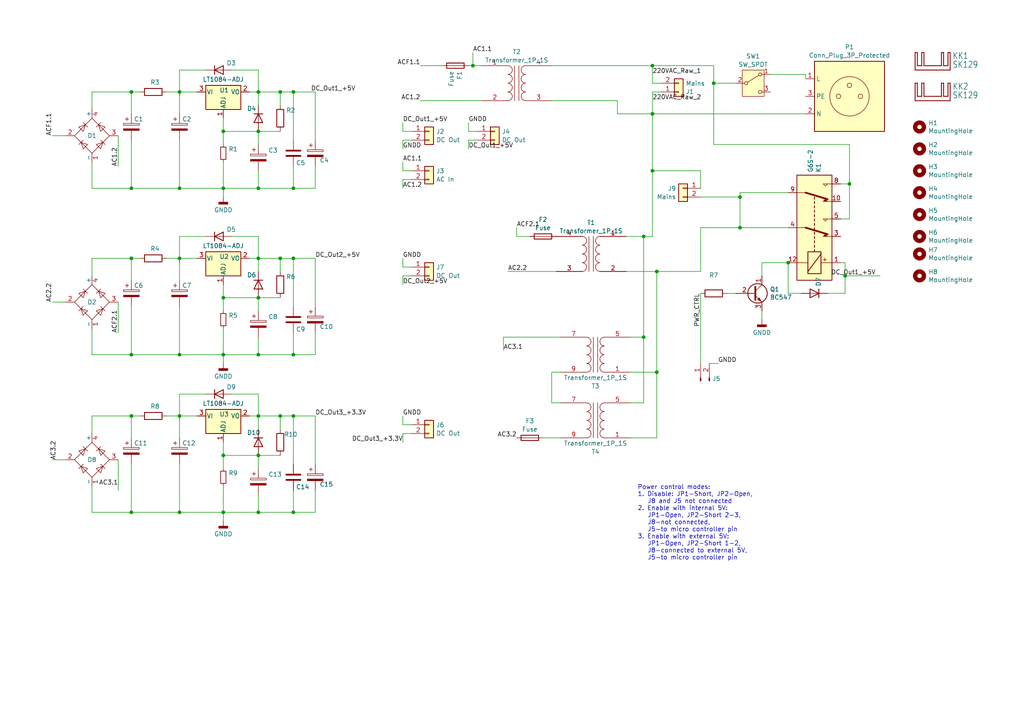
<source format=kicad_sch>
(kicad_sch (version 20250114) (generator "eeschema") (generator_version "9.0")
  (paper "A4")
  (lib_symbols
    (symbol "Connector:Conn_01x02_Pin" (pin_names (offset 1.016) (hide yes))
      (property "Reference" "J" (at 0 2.54 0))
      (property "Value" "Conn_01x02_Pin" (at 0 -5.08 0))
      (symbol "Conn_01x02_Pin_1_1"
        (pin passive line (at 5.08 0 180) (length 3.81) (name "Pin_1") (number "1"))
        (pin passive line (at 5.08 -2.54 180) (length 3.81) (name "Pin_2") (number "2"))
      )
    )
    (symbol "Connector:Conn_Plug_3P_Protected"
      (property "Reference" "P" (at -9.652 11.176 0))
      (property "Value" "Conn_Plug_3P_Protected" (at 0.254 -11.43 0))
      (symbol "Conn_Plug_3P_Protected_1_1"
        (pin power_in line (at 12.7 5.08 180) (length 2.54) (name "L") (number "1"))
        (pin power_out line (at 12.7 0 180) (length 2.54) (name "PE") (number "3"))
        (pin power_out line (at 12.7 -5.08 180) (length 2.54) (name "N") (number "2"))
      )
    )
    (symbol "Connector_Generic:Conn_01x02" (pin_names (offset 1.016) (hide yes))
      (property "Reference" "J" (at 0 2.54 0))
      (property "Value" "Conn_01x02" (at 0 -5.08 0))
      (symbol "Conn_01x02_1_1"
        (pin passive line (at -5.08 0 0) (length 3.81) (name "Pin_1") (number "1"))
        (pin passive line (at -5.08 -2.54 0) (length 3.81) (name "Pin_2") (number "2"))
      )
    )
    (symbol "Device:C" (pin_numbers (hide yes)) (pin_names (offset 0.254))
      (property "Reference" "C" (at 0.635 2.54 0))
      (property "Value" "C" (at 0.635 -2.54 0))
      (symbol "C_1_1"
        (pin passive line (at 0 3.81 270) (length 2.794) (name "~") (number "1"))
        (pin passive line (at 0 -3.81 90) (length 2.794) (name "~") (number "2"))
      )
    )
    (symbol "Device:C_Polarized" (pin_numbers (hide yes)) (pin_names (offset 0.254))
      (property "Reference" "C" (at 0.635 2.54 0))
      (property "Value" "C_Polarized" (at 0.635 -2.54 0))
      (symbol "C_Polarized_1_1"
        (pin passive line (at 0 3.81 270) (length 2.794) (name "~") (number "1"))
        (pin passive line (at 0 -3.81 90) (length 2.794) (name "~") (number "2"))
      )
    )
    (symbol "Device:Fuse" (pin_numbers (hide yes)) (pin_names (offset 0))
      (property "Reference" "F" (at 2.032 0 90))
      (property "Value" "Fuse" (at -1.905 0 90))
      (symbol "Fuse_1_1"
        (pin passive line (at 0 3.81 270) (length 1.27) (name "~") (number "1"))
        (pin passive line (at 0 -3.81 90) (length 1.27) (name "~") (number "2"))
      )
    )
    (symbol "Device:R" (pin_numbers (hide yes)) (pin_names (offset 0))
      (property "Reference" "R" (at 2.032 0 90))
      (property "Value" "R" (at 0 0 90))
      (symbol "R_1_1"
        (pin passive line (at 0 3.81 270) (length 1.27) (name "~") (number "1"))
        (pin passive line (at 0 -3.81 90) (length 1.27) (name "~") (number "2"))
      )
    )
    (symbol "Device:R_Small" (pin_numbers (hide yes)) (pin_names (offset 0.254) (hide yes))
      (property "Reference" "R" (at 0.762 0.508 0))
      (property "Value" "R_Small" (at 0.762 -1.016 0))
      (symbol "R_Small_1_1"
        (pin passive line (at 0 2.54 270) (length 0.762) (name "~") (number "1"))
        (pin passive line (at 0 -2.54 90) (length 0.762) (name "~") (number "2"))
      )
    )
    (symbol "Device:Transformer_1P_1S" (pin_names (offset 1.016) (hide yes))
      (property "Reference" "T" (at 0 6.35 0))
      (property "Value" "Transformer_1P_1S" (at 0 -7.62 0))
      (symbol "Transformer_1P_1S_1_1"
        (pin passive line (at -10.16 5.08 0) (length 7.62) (name "AA") (number "1"))
        (pin passive line (at -10.16 -5.08 0) (length 7.62) (name "AB") (number "2"))
        (pin passive line (at 10.16 5.08 180) (length 7.62) (name "SB") (number "4"))
        (pin passive line (at 10.16 -5.08 180) (length 7.62) (name "SA") (number "3"))
      )
    )
    (symbol "Diode:1N4004" (pin_numbers (hide yes)) (pin_names (hide yes))
      (property "Reference" "D" (at 0 2.54 0))
      (property "Value" "1N4004" (at 0 -2.54 0))
      (symbol "1N4004_1_1"
        (pin passive line (at -3.81 0 0) (length 2.54) (name "K") (number "1"))
        (pin passive line (at 3.81 0 180) (length 2.54) (name "A") (number "2"))
      )
    )
    (symbol "Diode_Bridge:B80C3x00-2200A" (pin_names (offset 0))
      (property "Reference" "D" (at 2.54 6.985 0))
      (property "Value" "B80C3x00-2200A" (at 2.54 5.08 0))
      (symbol "B80C3x00-2200A_1_1"
        (pin passive line (at -7.62 0 0) (length 2.54) (name "-") (number "1"))
        (pin passive line (at 0 7.62 270) (length 2.54) (name "~") (number "2"))
        (pin passive line (at 0 -7.62 90) (length 2.54) (name "~") (number "3"))
        (pin passive line (at 7.62 0 180) (length 2.54) (name "+") (number "4"))
      )
    )
    (symbol "Mechanical:MountingHole" (pin_names (offset 1.016))
      (property "Reference" "H" (at 0 5.08 0))
      (property "Value" "MountingHole" (at 0 3.175 0))
    )
    (symbol "MyDevice:Transformer_1P_1S" (pin_names (offset 1.016) (hide yes))
      (property "Reference" "T" (at 0 6.35 0))
      (property "Value" "Transformer_1P_1S" (at 0 -7.62 0))
      (symbol "Transformer_1P_1S_1_1"
        (pin passive line (at -10.16 5.08 0) (length 7.62) (name "AA") (number "1"))
        (pin passive line (at -10.16 -5.08 0) (length 7.62) (name "AB") (number "5"))
        (pin passive line (at 10.16 5.08 180) (length 7.62) (name "SB") (number "9"))
        (pin passive line (at 10.16 -5.08 180) (length 7.62) (name "SA") (number "7"))
      )
    )
    (symbol "Regulator_Linear:LT1084-ADJ" (pin_names (offset 0.254))
      (property "Reference" "U" (at -3.81 3.175 0))
      (property "Value" "LT1084-ADJ" (at 0 3.175 0))
      (symbol "LT1084-ADJ_1_1"
        (pin power_in line (at -7.62 0 0) (length 2.54) (name "VI") (number "3"))
        (pin input line (at 0 -7.62 90) (length 2.54) (name "ADJ") (number "1"))
        (pin power_out line (at 7.62 0 180) (length 2.54) (name "VO") (number "2"))
      )
    )
    (symbol "Relay:G6S-2"
      (property "Reference" "K" (at 16.51 3.81 0))
      (property "Value" "G6S-2" (at 16.51 1.27 0))
      (symbol "G6S-2_0_0"
        (text "+" (at -9.271 2.921 0) (effects (font (size 1.27 1.27))))
      )
      (symbol "G6S-2_1_1"
        (pin passive line (at -10.16 7.62 270) (length 2.54) (name "~") (number "1"))
        (pin passive line (at -10.16 -7.62 90) (length 2.54) (name "~") (number "12"))
        (pin passive line (at -2.54 7.62 270) (length 2.54) (name "~") (number "3"))
        (pin passive line (at 0 -7.62 90) (length 2.54) (name "~") (number "4"))
        (pin passive line (at 2.54 7.62 270) (length 2.54) (name "~") (number "5"))
        (pin passive line (at 7.62 7.62 270) (length 2.54) (name "~") (number "10"))
        (pin passive line (at 10.16 -7.62 90) (length 2.54) (name "~") (number "9"))
        (pin passive line (at 12.7 7.62 270) (length 2.54) (name "~") (number "8"))
      )
    )
    (symbol "Switch:SW_SPDT" (pin_names (offset 0) (hide yes))
      (property "Reference" "SW" (at 0 5.08 0))
      (property "Value" "SW_SPDT" (at 0 -5.08 0))
      (symbol "SW_SPDT_1_1"
        (pin passive line (at -5.08 0 0) (length 2.54) (name "B") (number "2"))
        (pin passive line (at 5.08 2.54 180) (length 2.54) (name "A") (number "1"))
        (pin passive line (at 5.08 -2.54 180) (length 2.54) (name "C") (number "3"))
      )
    )
    (symbol "Transistor_BJT:BC547" (pin_names (offset 0) (hide yes))
      (property "Reference" "Q" (at 5.08 1.905 0))
      (property "Value" "BC547" (at 5.08 0 0))
      (symbol "BC547_1_1"
        (pin input line (at -5.08 0 0) (length 5.08) (name "B") (number "2"))
        (pin passive line (at 2.54 5.08 270) (length 2.54) (name "C") (number "1"))
        (pin passive line (at 2.54 -5.08 90) (length 2.54) (name "E") (number "3"))
      )
    )
    (symbol "lm317reg-eagle-import:SK129"
      (property "Reference" "KK" (at 5.715 3.175 0))
    )
    (symbol "power:GNDD" (power) (pin_numbers (hide yes)) (pin_names (offset 0) (hide yes))
      (property "Value" "GNDD" (at 0 -3.175 0))
      (symbol "GNDD_1_1"
        (pin power_in line (at 0 0 270) (length 0) (name "~") (number "1"))
      )
    )
  )
  (text "Power control modes:\n1. Disable: JP1-Short, JP2-Open, \n   J8 and J5 not connected\n2. Enable with internal 5V: \n   JP1-Open, JP2-Short 2-3, \n   J8-not connected, \n   J5-to micro controller pin\n3. Enable with external 5V: \n   JP1-Open, JP2-Short 1-2, \n   J8-connected to external 5V, \n   J5-to micro controller pin" (at 184.912 151.638 0) (effects (font (size 1.27 1.27)) (justify left)))
  (junction (at 228.6 76.2))
  (junction (at 189.23 33.02))
  (junction (at 64.77 86.36))
  (junction (at 74.93 132.08))
  (junction (at 137.16 19.05))
  (junction (at 81.28 120.65))
  (junction (at 81.28 74.93))
  (junction (at 64.77 132.08))
  (junction (at 74.93 120.65))
  (junction (at 214.63 57.15))
  (junction (at 74.93 26.67))
  (junction (at 190.5 107.95))
  (junction (at 214.63 66.04))
  (junction (at 38.1 102.87))
  (junction (at 85.09 148.59))
  (junction (at 186.69 97.79))
  (junction (at 74.93 74.93))
  (junction (at 52.07 120.65))
  (junction (at 52.07 74.93))
  (junction (at 74.93 102.87))
  (junction (at 38.1 120.65))
  (junction (at 52.07 54.61))
  (junction (at 85.09 26.67))
  (junction (at 81.28 26.67))
  (junction (at 74.93 54.61))
  (junction (at 85.09 54.61))
  (junction (at 245.11 80.01))
  (junction (at 186.69 68.58))
  (junction (at 38.1 54.61))
  (junction (at 74.93 86.36))
  (junction (at 52.07 148.59))
  (junction (at 74.93 38.1))
  (junction (at 52.07 26.67))
  (junction (at 38.1 26.67))
  (junction (at 85.09 102.87))
  (junction (at 38.1 148.59))
  (junction (at 246.38 53.34))
  (junction (at 38.1 74.93))
  (junction (at 64.77 38.1))
  (junction (at 52.07 102.87))
  (junction (at 74.93 148.59))
  (junction (at 190.5 78.74))
  (junction (at 64.77 54.61))
  (junction (at 207.01 24.13))
  (junction (at 64.77 102.87))
  (junction (at 189.23 19.05))
  (junction (at 189.23 49.53))
  (junction (at 64.77 148.59))
  (junction (at 85.09 74.93))
  (junction (at 85.09 120.65))
  (wire (pts (xy 149.86 68.58) (xy 149.86 66.04)))
  (wire (pts (xy 243.84 76.2) (xy 245.11 76.2)))
  (wire (pts (xy 91.44 120.65) (xy 85.09 120.65)) (stroke (width 0.1524)))
  (wire (pts (xy 223.52 21.59) (xy 233.68 21.59)))
  (wire (pts (xy 74.93 97.79) (xy 74.93 102.87)))
  (wire (pts (xy 146.05 97.79) (xy 162.56 97.79)))
  (wire (pts (xy 74.93 114.3) (xy 74.93 120.65)) (stroke (width 0.1524)))
  (wire (pts (xy 64.77 128.27) (xy 64.77 132.08)))
  (wire (pts (xy 81.28 120.65) (xy 81.28 124.46)))
  (wire (pts (xy 52.07 20.32) (xy 52.07 26.67)))
  (wire (pts (xy 203.2 85.09) (xy 203.2 105.41)))
  (wire (pts (xy 189.23 19.05) (xy 189.23 24.13)))
  (wire (pts (xy 207.01 24.13) (xy 207.01 19.05)))
  (wire (pts (xy 85.09 74.93) (xy 81.28 74.93)) (stroke (width 0.1524)))
  (wire (pts (xy 74.93 20.32) (xy 74.93 26.67)) (stroke (width 0.1524)))
  (wire (pts (xy 162.56 116.84) (xy 160.02 116.84)))
  (wire (pts (xy 245.11 85.09) (xy 245.11 80.01)))
  (wire (pts (xy 74.93 68.58) (xy 74.93 74.93)) (stroke (width 0.1524)))
  (wire (pts (xy 64.77 102.87) (xy 74.93 102.87)) (stroke (width 0.1524)))
  (wire (pts (xy 67.31 114.3) (xy 74.93 114.3)) (stroke (width 0.1524)))
  (wire (pts (xy 74.93 102.87) (xy 85.09 102.87)) (stroke (width 0.1524)))
  (wire (pts (xy 34.29 39.37) (xy 34.29 48.26)))
  (wire (pts (xy 116.84 35.56) (xy 116.84 38.1)))
  (wire (pts (xy 160.02 29.21) (xy 179.07 29.21)))
  (wire (pts (xy 116.84 49.53) (xy 119.38 49.53)))
  (wire (pts (xy 38.1 148.59) (xy 52.07 148.59)))
  (wire (pts (xy 72.39 26.67) (xy 74.93 26.67)) (stroke (width 0.1524)))
  (wire (pts (xy 157.48 127) (xy 162.56 127)))
  (wire (pts (xy 52.07 74.93) (xy 57.15 74.93)) (stroke (width 0.1524)))
  (wire (pts (xy 67.31 68.58) (xy 74.93 68.58)) (stroke (width 0.1524)))
  (wire (pts (xy 189.23 33.02) (xy 233.68 33.02)))
  (wire (pts (xy 38.1 134.62) (xy 38.1 148.59)) (stroke (width 0.1524)))
  (wire (pts (xy 64.77 38.1) (xy 74.93 38.1)))
  (wire (pts (xy 48.26 26.67) (xy 52.07 26.67)))
  (wire (pts (xy 64.77 49.53) (xy 64.77 54.61)) (stroke (width 0.1524)))
  (wire (pts (xy 203.2 49.53) (xy 189.23 49.53)))
  (wire (pts (xy 208.28 105.41) (xy 205.74 105.41)))
  (wire (pts (xy 179.07 33.02) (xy 189.23 33.02)))
  (wire (pts (xy 121.92 19.05) (xy 128.27 19.05)))
  (wire (pts (xy 48.26 74.93) (xy 52.07 74.93)))
  (wire (pts (xy 214.63 57.15) (xy 214.63 66.04)))
  (wire (pts (xy 190.5 107.95) (xy 190.5 127)))
  (wire (pts (xy 243.84 53.34) (xy 246.38 53.34)))
  (wire (pts (xy 34.29 87.63) (xy 34.29 96.52)))
  (wire (pts (xy 26.67 120.65) (xy 38.1 120.65)))
  (wire (pts (xy 203.2 66.04) (xy 203.2 78.74)))
  (wire (pts (xy 189.23 24.13) (xy 191.77 24.13)))
  (wire (pts (xy 116.84 120.65) (xy 116.84 123.19)))
  (wire (pts (xy 52.07 81.28) (xy 52.07 74.93)) (stroke (width 0.1524)))
  (wire (pts (xy 52.07 120.65) (xy 52.07 121.92)))
  (wire (pts (xy 116.84 123.19) (xy 119.38 123.19)))
  (wire (pts (xy 64.77 38.1) (xy 64.77 41.91)))
  (wire (pts (xy 85.09 120.65) (xy 81.28 120.65)) (stroke (width 0.1524)))
  (wire (pts (xy 74.93 38.1) (xy 81.28 38.1)))
  (wire (pts (xy 74.93 132.08) (xy 81.28 132.08)))
  (wire (pts (xy 64.77 54.61) (xy 74.93 54.61)) (stroke (width 0.1524)))
  (wire (pts (xy 116.84 77.47) (xy 119.38 77.47)))
  (wire (pts (xy 64.77 82.55) (xy 64.77 86.36)))
  (wire (pts (xy 85.09 142.24) (xy 85.09 148.59)))
  (wire (pts (xy 67.31 20.32) (xy 74.93 20.32)) (stroke (width 0.1524)))
  (wire (pts (xy 135.89 19.05) (xy 137.16 19.05)))
  (wire (pts (xy 52.07 26.67) (xy 57.15 26.67)) (stroke (width 0.1524)))
  (wire (pts (xy 64.77 143.51) (xy 64.77 148.59)) (stroke (width 0.1524)))
  (wire (pts (xy 214.63 66.04) (xy 203.2 66.04)))
  (wire (pts (xy 48.26 120.65) (xy 52.07 120.65)))
  (wire (pts (xy 26.67 95.25) (xy 26.67 102.87)))
  (wire (pts (xy 64.77 34.29) (xy 64.77 38.1)))
  (wire (pts (xy 189.23 26.67) (xy 189.23 33.02)))
  (wire (pts (xy 52.07 74.93) (xy 52.07 76.2)))
  (wire (pts (xy 186.69 68.58) (xy 186.69 97.79)))
  (wire (pts (xy 26.67 46.99) (xy 26.67 54.61)))
  (wire (pts (xy 190.5 127) (xy 182.88 127)))
  (wire (pts (xy 59.69 20.32) (xy 52.07 20.32)))
  (wire (pts (xy 64.77 102.87) (xy 64.77 105.41)) (stroke (width 0.1524)))
  (wire (pts (xy 189.23 33.02) (xy 189.23 49.53)))
  (wire (pts (xy 34.29 133.35) (xy 34.29 142.24)))
  (wire (pts (xy 72.39 74.93) (xy 74.93 74.93)) (stroke (width 0.1524)))
  (wire (pts (xy 146.05 97.79) (xy 146.05 101.6)))
  (wire (pts (xy 220.98 76.2) (xy 220.98 80.01)))
  (wire (pts (xy 179.07 29.21) (xy 179.07 33.02)))
  (wire (pts (xy 91.44 48.26) (xy 91.44 54.61)) (stroke (width 0.1524)))
  (wire (pts (xy 119.38 40.64) (xy 116.84 40.64)))
  (wire (pts (xy 246.38 41.91) (xy 246.38 53.34)))
  (wire (pts (xy 74.93 132.08) (xy 74.93 135.89)))
  (wire (pts (xy 52.07 33.02) (xy 52.07 26.67)) (stroke (width 0.1524)))
  (wire (pts (xy 228.6 66.04) (xy 214.63 66.04)))
  (wire (pts (xy 85.09 120.65) (xy 85.09 134.62)))
  (wire (pts (xy 137.16 15.24) (xy 137.16 19.05)))
  (wire (pts (xy 52.07 54.61) (xy 64.77 54.61)) (stroke (width 0.1524)))
  (wire (pts (xy 214.63 55.88) (xy 228.6 55.88)))
  (wire (pts (xy 116.84 38.1) (xy 119.38 38.1)))
  (wire (pts (xy 15.24 87.63) (xy 19.05 87.63)))
  (wire (pts (xy 85.09 96.52) (xy 85.09 102.87)))
  (wire (pts (xy 233.68 21.59) (xy 233.68 22.86)))
  (wire (pts (xy 26.67 54.61) (xy 38.1 54.61)))
  (wire (pts (xy 116.84 40.64) (xy 116.84 43.18)))
  (wire (pts (xy 64.77 97.79) (xy 64.77 102.87)) (stroke (width 0.1524)))
  (wire (pts (xy 207.01 41.91) (xy 246.38 41.91)))
  (wire (pts (xy 38.1 54.61) (xy 52.07 54.61)))
  (wire (pts (xy 74.93 120.65) (xy 81.28 120.65)) (stroke (width 0.1524)))
  (wire (pts (xy 232.41 85.09) (xy 228.6 85.09)))
  (wire (pts (xy 64.77 95.25) (xy 64.77 97.79)))
  (wire (pts (xy 38.1 81.28) (xy 38.1 74.93)) (stroke (width 0.1524)))
  (wire (pts (xy 74.93 148.59) (xy 85.09 148.59)) (stroke (width 0.1524)))
  (wire (pts (xy 85.09 102.87) (xy 91.44 102.87)) (stroke (width 0.1524)))
  (wire (pts (xy 81.28 74.93) (xy 81.28 78.74)))
  (wire (pts (xy 160.02 19.05) (xy 189.23 19.05)))
  (wire (pts (xy 186.69 116.84) (xy 182.88 116.84)))
  (wire (pts (xy 52.07 68.58) (xy 52.07 74.93)))
  (wire (pts (xy 74.93 74.93) (xy 74.93 78.74)))
  (wire (pts (xy 246.38 53.34) (xy 246.38 63.5)))
  (wire (pts (xy 138.43 40.64) (xy 135.89 40.64)))
  (wire (pts (xy 38.1 102.87) (xy 52.07 102.87)))
  (wire (pts (xy 72.39 120.65) (xy 74.93 120.65)) (stroke (width 0.1524)))
  (wire (pts (xy 38.1 127) (xy 38.1 120.65)) (stroke (width 0.1524)))
  (wire (pts (xy 245.11 80.01) (xy 255.27 80.01)))
  (wire (pts (xy 162.56 107.95) (xy 160.02 107.95)))
  (wire (pts (xy 26.67 125.73) (xy 26.67 120.65)))
  (wire (pts (xy 52.07 148.59) (xy 64.77 148.59)) (stroke (width 0.1524)))
  (wire (pts (xy 207.01 19.05) (xy 189.23 19.05)))
  (wire (pts (xy 64.77 140.97) (xy 64.77 143.51)))
  (wire (pts (xy 64.77 86.36) (xy 64.77 90.17)))
  (wire (pts (xy 91.44 142.24) (xy 91.44 148.59)) (stroke (width 0.1524)))
  (wire (pts (xy 85.09 148.59) (xy 91.44 148.59)) (stroke (width 0.1524)))
  (wire (pts (xy 85.09 74.93) (xy 85.09 88.9)))
  (wire (pts (xy 52.07 26.67) (xy 52.07 27.94)))
  (wire (pts (xy 190.5 78.74) (xy 190.5 107.95)))
  (wire (pts (xy 64.77 132.08) (xy 64.77 135.89)))
  (wire (pts (xy 52.07 88.9) (xy 52.07 102.87)) (stroke (width 0.1524)))
  (wire (pts (xy 214.63 55.88) (xy 214.63 57.15)))
  (wire (pts (xy 116.84 80.01) (xy 116.84 82.55)))
  (wire (pts (xy 220.98 90.17) (xy 220.98 92.71)))
  (wire (pts (xy 245.11 80.01) (xy 245.11 76.2)))
  (wire (pts (xy 26.67 80.01) (xy 26.67 74.93)))
  (wire (pts (xy 147.32 78.74) (xy 161.29 78.74)))
  (wire (pts (xy 116.84 74.93) (xy 116.84 77.47)))
  (wire (pts (xy 181.61 68.58) (xy 186.69 68.58)))
  (wire (pts (xy 119.38 125.73) (xy 116.84 125.73)))
  (wire (pts (xy 15.24 133.35) (xy 19.05 133.35)))
  (wire (pts (xy 38.1 26.67) (xy 40.64 26.67)))
  (wire (pts (xy 52.07 134.62) (xy 52.07 148.59)) (stroke (width 0.1524)))
  (wire (pts (xy 64.77 132.08) (xy 74.93 132.08)))
  (wire (pts (xy 74.93 26.67) (xy 74.93 30.48)))
  (wire (pts (xy 228.6 76.2) (xy 220.98 76.2)))
  (wire (pts (xy 160.02 107.95) (xy 160.02 116.84)))
  (wire (pts (xy 203.2 78.74) (xy 190.5 78.74)))
  (wire (pts (xy 59.69 114.3) (xy 52.07 114.3)))
  (wire (pts (xy 135.89 40.64) (xy 135.89 43.18)))
  (wire (pts (xy 26.67 74.93) (xy 38.1 74.93)))
  (wire (pts (xy 191.77 26.67) (xy 189.23 26.67)))
  (wire (pts (xy 121.92 29.21) (xy 139.7 29.21)))
  (wire (pts (xy 116.84 125.73) (xy 116.84 128.27)))
  (wire (pts (xy 38.1 40.64) (xy 38.1 54.61)) (stroke (width 0.1524)))
  (wire (pts (xy 74.93 86.36) (xy 81.28 86.36)))
  (wire (pts (xy 91.44 120.65) (xy 91.44 134.62)) (stroke (width 0.1524)))
  (wire (pts (xy 52.07 127) (xy 52.07 120.65)) (stroke (width 0.1524)))
  (wire (pts (xy 207.01 41.91) (xy 207.01 24.13)))
  (wire (pts (xy 135.89 38.1) (xy 138.43 38.1)))
  (wire (pts (xy 38.1 88.9) (xy 38.1 102.87)) (stroke (width 0.1524)))
  (wire (pts (xy 91.44 26.67) (xy 85.09 26.67)) (stroke (width 0.1524)))
  (wire (pts (xy 74.93 143.51) (xy 74.93 148.59)))
  (wire (pts (xy 74.93 86.36) (xy 74.93 90.17)))
  (wire (pts (xy 64.77 86.36) (xy 74.93 86.36)))
  (wire (pts (xy 74.93 74.93) (xy 81.28 74.93)) (stroke (width 0.1524)))
  (wire (pts (xy 119.38 52.07) (xy 116.84 52.07)))
  (wire (pts (xy 64.77 54.61) (xy 64.77 57.15)) (stroke (width 0.1524)))
  (wire (pts (xy 85.09 48.26) (xy 85.09 54.61)))
  (wire (pts (xy 203.2 54.61) (xy 203.2 49.53)))
  (wire (pts (xy 52.07 102.87) (xy 64.77 102.87)) (stroke (width 0.1524)))
  (wire (pts (xy 240.03 85.09) (xy 245.11 85.09)))
  (wire (pts (xy 116.84 52.07) (xy 116.84 54.61)))
  (wire (pts (xy 203.2 57.15) (xy 214.63 57.15)))
  (wire (pts (xy 119.38 80.01) (xy 116.84 80.01)))
  (wire (pts (xy 91.44 74.93) (xy 85.09 74.93)) (stroke (width 0.1524)))
  (wire (pts (xy 74.93 120.65) (xy 74.93 124.46)))
  (wire (pts (xy 59.69 68.58) (xy 52.07 68.58)))
  (wire (pts (xy 91.44 74.93) (xy 91.44 88.9)) (stroke (width 0.1524)))
  (wire (pts (xy 210.82 85.09) (xy 213.36 85.09)))
  (wire (pts (xy 85.09 26.67) (xy 85.09 40.64)))
  (wire (pts (xy 243.84 63.5) (xy 246.38 63.5)))
  (wire (pts (xy 64.77 148.59) (xy 74.93 148.59)) (stroke (width 0.1524)))
  (wire (pts (xy 91.44 26.67) (xy 91.44 40.64)) (stroke (width 0.1524)))
  (wire (pts (xy 135.89 35.56) (xy 135.89 38.1)))
  (wire (pts (xy 116.84 46.99) (xy 116.84 49.53)))
  (wire (pts (xy 228.6 76.2) (xy 228.6 85.09)))
  (wire (pts (xy 15.24 39.37) (xy 19.05 39.37)))
  (wire (pts (xy 91.44 96.52) (xy 91.44 102.87)) (stroke (width 0.1524)))
  (wire (pts (xy 64.77 148.59) (xy 64.77 151.13)) (stroke (width 0.1524)))
  (wire (pts (xy 74.93 49.53) (xy 74.93 54.61)))
  (wire (pts (xy 38.1 33.02) (xy 38.1 26.67)) (stroke (width 0.1524)))
  (wire (pts (xy 26.67 140.97) (xy 26.67 148.59)))
  (wire (pts (xy 190.5 78.74) (xy 181.61 78.74)))
  (wire (pts (xy 186.69 68.58) (xy 189.23 68.58)))
  (wire (pts (xy 137.16 19.05) (xy 139.7 19.05)))
  (wire (pts (xy 182.88 107.95) (xy 190.5 107.95)))
  (wire (pts (xy 182.88 97.79) (xy 186.69 97.79)))
  (wire (pts (xy 189.23 49.53) (xy 189.23 68.58)))
  (wire (pts (xy 26.67 31.75) (xy 26.67 26.67)))
  (wire (pts (xy 38.1 120.65) (xy 40.64 120.65)))
  (wire (pts (xy 26.67 26.67) (xy 38.1 26.67)))
  (wire (pts (xy 213.36 24.13) (xy 207.01 24.13)))
  (wire (pts (xy 74.93 54.61) (xy 85.09 54.61)) (stroke (width 0.1524)))
  (wire (pts (xy 74.93 38.1) (xy 74.93 41.91)))
  (wire (pts (xy 85.09 26.67) (xy 81.28 26.67)) (stroke (width 0.1524)))
  (wire (pts (xy 64.77 46.99) (xy 64.77 49.53)))
  (wire (pts (xy 38.1 74.93) (xy 40.64 74.93)))
  (wire (pts (xy 153.67 68.58) (xy 149.86 68.58)))
  (wire (pts (xy 52.07 114.3) (xy 52.07 120.65)))
  (wire (pts (xy 52.07 40.64) (xy 52.07 54.61)) (stroke (width 0.1524)))
  (wire (pts (xy 81.28 26.67) (xy 81.28 30.48)))
  (wire (pts (xy 26.67 148.59) (xy 38.1 148.59)))
  (wire (pts (xy 52.07 120.65) (xy 57.15 120.65)) (stroke (width 0.1524)))
  (wire (pts (xy 26.67 102.87) (xy 38.1 102.87)))
  (wire (pts (xy 186.69 97.79) (xy 186.69 116.84)))
  (wire (pts (xy 85.09 54.61) (xy 91.44 54.61)) (stroke (width 0.1524)))
  (wire (pts (xy 74.93 26.67) (xy 81.28 26.67)) (stroke (width 0.1524)))
  (label "AC1.1" (at 137.16 15.24 0))
  (label "AC1.2" (at 121.92 29.21 180))
  (label "GNDD" (at 208.28 105.41 0))
  (label "AC1.1" (at 116.84 46.99 0))
  (label "AC3.2" (at 16.51 133.35 90))
  (label "AC1.2" (at 34.29 48.26 90))
  (label "DC_Out3_+3.3V" (at 91.44 120.65 0))
  (label "GNDD" (at 135.89 35.56 0))
  (label "220VAC_Raw_1" (at 189.23 21.59 0))
  (label "AC3.2" (at 149.86 127 180))
  (label "DC_Out1_+5V" (at 135.89 43.18 0))
  (label "ACF1.1" (at 121.92 19.05 180))
  (label "AC3.1" (at 34.29 140.97 180))
  (label "ACF2.1" (at 149.86 66.04 0))
  (label "GNDD" (at 116.84 120.65 0))
  (label "GNDD" (at 116.84 74.93 0))
  (label "GNDD" (at 116.84 43.18 0))
  (label "ACF1.1" (at 15.24 39.37 90))
  (label "220VAC_Raw_2" (at 189.23 29.21 0))
  (label "DC_Out1_+5V" (at 254 80.01 180))
  (label "AC2.2" (at 15.24 87.63 90))
  (label "DC_Out2_+5V" (at 91.44 74.93 0))
  (label "DC_Out3_+3.3V" (at 116.84 128.27 180))
  (label "DC_Out2_+5V" (at 116.84 82.55 0))
  (label "AC3.1" (at 146.05 101.6 0))
  (label "ACF2.1" (at 34.29 96.52 90))
  (label "DC_Out1_+5V" (at 90.17 26.67 0))
  (label "AC2.2" (at 147.32 78.74 0))
  (label "AC1.2" (at 116.84 54.61 0))
  (label "DC_Out1_+5V" (at 116.84 35.56 0))
  (label "PWR_CTRL" (at 203.2 85.09 270))
  (symbol (lib_id "Diode:1N4004") (at 74.93 82.55 270) (unit 1)
    (property "Reference" "D6" (at 71.628 79.756 90) (effects (justify left)))
    (property "Value" "1N4004" (effects (hide yes)))
    (property "Footprint" "Diode_THT:D_DO-41_SOD81_P10.16mm_Horizontal" (effects (hide yes)))
    (property "Datasheet" "http://www.vishay.com/docs/88503/1n4001.pdf" (effects (hide yes)))
    (property "Description" "400V 1A General Purpose Rectifier Diode, DO-41" (effects (hide yes)))
    (property "Sim.Device" "D" (effects (hide yes)))
    (property "Sim.Pins" "1=K 2=A" (effects (hide yes)))
  )
  (symbol (lib_id "Diode:1N4004") (at 74.93 34.29 270) (unit 1)
    (property "Reference" "D4" (at 71.628 31.496 90) (effects (justify left)))
    (property "Value" "1N4004" (effects (hide yes)))
    (property "Footprint" "Diode_THT:D_DO-41_SOD81_P10.16mm_Horizontal" (effects (hide yes)))
    (property "Datasheet" "http://www.vishay.com/docs/88503/1n4001.pdf" (effects (hide yes)))
    (property "Description" "400V 1A General Purpose Rectifier Diode, DO-41" (effects (hide yes)))
    (property "Sim.Device" "D" (effects (hide yes)))
    (property "Sim.Pins" "1=K 2=A" (effects (hide yes)))
  )
  (symbol (lib_id "Device:R") (at 207.01 85.09 270) (unit 1)
    (property "Reference" "R7" (at 207.01 79.8322 90))
    (property "Value" "1k" (effects (hide yes)))
    (property "Footprint" "Resistor_THT:R_Axial_DIN0207_L6.3mm_D2.5mm_P2.54mm_Vertical" (effects (hide yes)))
  )
  (symbol (lib_id "Diode_Bridge:B80C3x00-2200A") (at 26.67 39.37 90) (unit 1)
    (property "Reference" "D1" (at 26.67 39.37 90))
    (property "Value" "B80C3x00-2200A" (effects (hide yes)))
    (property "Footprint" "MyLibrary:Diode_Bridge_32.0x5.6x17.0mm_P10.0mm_P7.5mm" (effects (hide yes)))
    (property "Datasheet" "https://diotec.com/tl_files/diotec/files/pdf/datasheets/b40c3700" (effects (hide yes)))
    (property "Description" "Silicon Bridge Rectifier, 80V Vrms, 2.2A If, pins=-AA+, SIL-package" (effects (hide yes)))
  )
  (symbol (lib_id "Mechanical:MountingHole") (at 266.7 62.23 0) (unit 1)
    (property "Reference" "H5" (at 269.24 61.0616 0) (effects (justify left)))
    (property "Value" "MountingHole" (at 269.24 63.373 0) (effects (justify left)))
    (property "Footprint" "MountingHole:MountingHole_3.2mm_M3" (effects (hide yes)))
  )
  (symbol (lib_id "Diode:1N4004") (at 74.93 128.27 270) (unit 1)
    (property "Reference" "D10" (at 71.628 125.476 90) (effects (justify left)))
    (property "Value" "1N4004" (effects (hide yes)))
    (property "Footprint" "Diode_THT:D_DO-41_SOD81_P10.16mm_Horizontal" (effects (hide yes)))
    (property "Datasheet" "http://www.vishay.com/docs/88503/1n4001.pdf" (effects (hide yes)))
    (property "Description" "400V 1A General Purpose Rectifier Diode, DO-41" (effects (hide yes)))
    (property "Sim.Device" "D" (effects (hide yes)))
    (property "Sim.Pins" "1=K 2=A" (effects (hide yes)))
  )
  (symbol (lib_id "Mechanical:MountingHole") (at 266.7 73.66 0) (unit 1)
    (property "Reference" "H7" (at 269.24 72.4916 0) (effects (justify left)))
    (property "Value" "MountingHole" (at 269.24 74.803 0) (effects (justify left)))
    (property "Footprint" "MountingHole:MountingHole_3.2mm_M3" (effects (hide yes)))
  )
  (symbol (lib_id "Mechanical:MountingHole") (at 266.7 80.01 0) (unit 1)
    (property "Reference" "H8" (at 269.24 78.8416 0) (effects (justify left)))
    (property "Value" "MountingHole" (at 269.24 81.153 0) (effects (justify left)))
    (property "Footprint" "MountingHole:MountingHole_3.2mm_M3" (effects (hide yes)))
  )
  (symbol (lib_id "Device:C") (at 85.09 138.43 0) (unit 1)
    (property "Reference" "C14" (at 85.852 141.224 0) (effects (justify left)))
    (property "Value" "1uF" (effects (hide yes)))
    (property "Footprint" "Capacitor_THT:C_Rect_L10.0mm_W2.5mm_P7.50mm_MKS4" (effects (hide yes)))
    (property "Description" "Unpolarized capacitor" (effects (hide yes)))
  )
  (symbol (lib_id "Mechanical:MountingHole") (at 266.7 36.83 0) (unit 1)
    (property "Reference" "H1" (at 269.24 35.6616 0) (effects (justify left)))
    (property "Value" "MountingHole" (at 269.24 37.973 0) (effects (justify left)))
    (property "Footprint" "MountingHole:MountingHole_3.2mm_M3" (effects (hide yes)))
  )
  (symbol (lib_id "Connector_Generic:Conn_01x02") (at 196.85 26.67 0) (mirror x) (unit 1)
    (property "Reference" "J1" (at 198.882 26.6122 0) (effects (justify left)))
    (property "Value" "Mains" (at 198.882 24.1879 0) (effects (justify left)))
    (property "Footprint" "TerminalBlock_Philmore:TerminalBlock_Philmore_TB132_1x02_P5.00mm_Horizontal" (effects (hide yes)))
    (property "Description" "Generic connector, single row, 01x02, script generated (kicad-library-utils/schlib/autogen/connector/)" (effects (hide yes)))
  )
  (symbol (lib_id "Diode:1N4004") (at 63.5 20.32 0) (unit 1)
    (property "Reference" "D3" (at 67.056 18.288 0))
    (property "Value" "1N4004" (effects (hide yes)))
    (property "Footprint" "Diode_THT:D_DO-41_SOD81_P10.16mm_Horizontal" (effects (hide yes)))
    (property "Datasheet" "http://www.vishay.com/docs/88503/1n4001.pdf" (effects (hide yes)))
    (property "Description" "400V 1A General Purpose Rectifier Diode, DO-41" (effects (hide yes)))
    (property "Sim.Device" "D" (effects (hide yes)))
    (property "Sim.Pins" "1=K 2=A" (effects (hide yes)))
  )
  (symbol (lib_id "power:GNDD") (at 64.77 105.41 0) (unit 1)
    (property "Reference" "#PWR02" (effects (hide yes)))
    (property "Value" "GNDD" (at 64.77 109.1621 0))
    (property "Description" "Power symbol creates a global label with name \"GNDD\" , digital ground" (effects (hide yes)))
  )
  (symbol (lib_id "Mechanical:MountingHole") (at 266.7 43.18 0) (unit 1)
    (property "Reference" "H2" (at 269.24 42.0116 0) (effects (justify left)))
    (property "Value" "MountingHole" (at 269.24 44.323 0) (effects (justify left)))
    (property "Footprint" "MountingHole:MountingHole_3.2mm_M3" (effects (hide yes)))
  )
  (symbol (lib_id "MyDevice:Transformer_1P_1S") (at 172.72 102.87 180) (unit 1)
    (property "Reference" "T3" (at 172.7073 111.9676 0))
    (property "Value" "Transformer_1P_1S" (at 172.7073 109.5433 0))
    (property "Footprint" "MyLibrary:Transformer_Breve_TEZ-35x42_crni_6v_3.va" (effects (hide yes)))
    (property "Description" "Transformer, single primary, single secondary" (effects (hide yes)))
  )
  (symbol (lib_id "Device:R") (at 44.45 120.65 90) (unit 1)
    (property "Reference" "R8" (at 44.958 117.856 90))
    (property "Value" "2.2" (effects (hide yes)))
    (property "Footprint" "Resistor_THT:R_Axial_DIN0617_L17.0mm_D6.0mm_P20.32mm_Horizontal" (effects (hide yes)))
    (property "Description" "Resistor" (effects (hide yes)))
  )
  (symbol (lib_id "Diode_Bridge:B80C3x00-2200A") (at 26.67 133.35 90) (unit 1)
    (property "Reference" "D8" (at 26.67 133.35 90))
    (property "Value" "B80C3x00-2200A" (effects (hide yes)))
    (property "Footprint" "MyLibrary:Diode_Bridge_32.0x5.6x17.0mm_P10.0mm_P7.5mm" (effects (hide yes)))
    (property "Datasheet" "https://diotec.com/tl_files/diotec/files/pdf/datasheets/b40c3700" (effects (hide yes)))
    (property "Description" "Silicon Bridge Rectifier, 80V Vrms, 2.2A If, pins=-AA+, SIL-package" (effects (hide yes)))
  )
  (symbol (lib_id "Mechanical:MountingHole") (at 266.7 49.53 0) (unit 1)
    (property "Reference" "H3" (at 269.24 48.3616 0) (effects (justify left)))
    (property "Value" "MountingHole" (at 269.24 50.673 0) (effects (justify left)))
    (property "Footprint" "MountingHole:MountingHole_3.2mm_M3_Pad_Via" (effects (hide yes)))
  )
  (symbol (lib_id "Connector_Generic:Conn_01x02") (at 124.46 49.53 0) (unit 1)
    (property "Reference" "J3" (at 126.492 49.5878 0) (effects (justify left)))
    (property "Value" "AC In" (at 126.492 52.0121 0) (effects (justify left)))
    (property "Footprint" "TerminalBlock_Philmore:TerminalBlock_Philmore_TB132_1x02_P5.00mm_Horizontal" (effects (hide yes)))
    (property "Description" "Generic connector, single row, 01x02, script generated (kicad-library-utils/schlib/autogen/connector/)" (effects (hide yes)))
  )
  (symbol (lib_id "Regulator_Linear:LT1084-ADJ") (at 64.77 26.67 0) (unit 1)
    (property "Reference" "U1" (at 65.024 26.162 0))
    (property "Value" "LT1084-ADJ" (at 64.77 23.0448 0))
    (property "Footprint" "Package_TO_SOT_THT:TO-220-3_Vertical" (effects (hide yes)))
    (property "Datasheet" "https://www.analog.com/media/en/technical-documentation/data-sheets/108345fh.pdf" (effects (hide yes)))
    (property "Description" "5.0A 25V LDO Linear Regulator, Adjustable Output, TO-220/TO-263" (effects (hide yes)))
  )
  (symbol (lib_id "power:GNDD") (at 64.77 57.15 0) (unit 1)
    (property "Reference" "#PWR01" (effects (hide yes)))
    (property "Value" "GNDD" (at 64.77 60.9021 0))
    (property "Description" "Power symbol creates a global label with name \"GNDD\" , digital ground" (effects (hide yes)))
  )
  (symbol (lib_id "Diode_Bridge:B80C3x00-2200A") (at 26.67 87.63 90) (unit 1)
    (property "Reference" "D2" (at 26.67 87.63 90))
    (property "Value" "B80C3x00-2200A" (effects (hide yes)))
    (property "Footprint" "MyLibrary:Diode_Bridge_32.0x5.6x17.0mm_P10.0mm_P7.5mm" (effects (hide yes)))
    (property "Datasheet" "https://diotec.com/tl_files/diotec/files/pdf/datasheets/b40c3700" (effects (hide yes)))
    (property "Description" "Silicon Bridge Rectifier, 80V Vrms, 2.2A If, pins=-AA+, SIL-package" (effects (hide yes)))
  )
  (symbol (lib_id "Device:R") (at 44.45 26.67 90) (unit 1)
    (property "Reference" "R3" (at 44.958 23.876 90))
    (property "Value" "2.2" (effects (hide yes)))
    (property "Footprint" "Resistor_THT:R_Axial_DIN0617_L17.0mm_D6.0mm_P20.32mm_Horizontal" (effects (hide yes)))
    (property "Description" "Resistor" (effects (hide yes)))
  )
  (symbol (lib_id "lm317reg-eagle-import:SK129") (at 270.51 29.21 0) (unit 1) (on_board no)
    (property "Reference" "KK2" (at 276.225 26.035 0) (effects (font (size 1.778 1.5113)) (justify left bottom)))
    (property "Value" "SK129" (at 276.225 28.575 0) (effects (font (size 1.778 1.5113)) (justify left bottom)))
    (property "Footprint" "Heatsink:Heatsink_Fischer_SK104-STCB_35x13mm__2xDrill3.5mm_ScrewM3" (effects (hide yes)))
  )
  (symbol (lib_id "Connector_Generic:Conn_01x02") (at 143.51 38.1 0) (unit 1)
    (property "Reference" "J4" (at 145.542 38.1578 0) (effects (justify left)))
    (property "Value" "DC Out" (at 145.542 40.5821 0) (effects (justify left)))
    (property "Footprint" "TerminalBlock_Philmore:TerminalBlock_Philmore_TB132_1x02_P5.00mm_Horizontal" (effects (hide yes)))
    (property "Description" "Generic connector, single row, 01x02, script generated (kicad-library-utils/schlib/autogen/connector/)" (effects (hide yes)))
  )
  (symbol (lib_id "Device:C_Polarized") (at 91.44 92.71 0) (unit 1)
    (property "Reference" "C10" (at 92.71 94.742 0) (effects (justify left)))
    (property "Value" "220uF" (effects (hide yes)))
    (property "Footprint" "Capacitor_THT:CP_Radial_D10.0mm_P5.00mm" (effects (hide yes)))
    (property "Description" "Polarized capacitor" (effects (hide yes)))
  )
  (symbol (lib_id "Device:Transformer_1P_1S") (at 149.86 24.13 0) (unit 1) (on_board no)
    (property "Reference" "T2" (at 149.8727 15.0324 0))
    (property "Value" "Transformer_1P_1S" (at 149.8727 17.4567 0))
    (property "Description" "Transformer, single primary, single secondary" (effects (hide yes)))
  )
  (symbol (lib_id "lm317reg-eagle-import:SK129") (at 270.51 20.32 0) (unit 1) (on_board no)
    (property "Reference" "KK1" (at 276.225 17.145 0) (effects (font (size 1.778 1.5113)) (justify left bottom)))
    (property "Value" "SK129" (at 276.225 19.685 0) (effects (font (size 1.778 1.5113)) (justify left bottom)))
    (property "Footprint" "Heatsink:Heatsink_Fischer_SK104-STCB_35x13mm__2xDrill3.5mm_ScrewM3" (effects (hide yes)))
  )
  (symbol (lib_id "Device:R_Small") (at 64.77 92.71 0) (unit 1)
    (property "Reference" "R5" (at 66.2686 91.4978 0) (effects (justify left)))
    (property "Value" "82R" (effects (hide yes)))
    (property "Footprint" "Resistor_THT:R_Axial_DIN0207_L6.3mm_D2.5mm_P10.16mm_Horizontal" (effects (hide yes)))
    (property "Description" "Resistor, small symbol" (effects (hide yes)))
  )
  (symbol (lib_id "Connector:Conn_01x02_Pin") (at 203.2 110.49 90) (unit 1)
    (property "Reference" "J5" (at 206.5782 109.855 90) (effects (justify right)))
    (property "Value" "Conn_01x02_Pin" (effects (hide yes)))
    (property "Footprint" "Connector_JST:JST_EH_B2B-EH-A_1x02_P2.50mm_Vertical" (effects (hide yes)))
    (property "Description" "Generic connector, single row, 01x02, script generated" (effects (hide yes)))
  )
  (symbol (lib_id "Device:R_Small") (at 64.77 44.45 0) (unit 1)
    (property "Reference" "R1" (at 66.2686 43.2378 0) (effects (justify left)))
    (property "Value" "82R" (effects (hide yes)))
    (property "Footprint" "Resistor_THT:R_Axial_DIN0207_L6.3mm_D2.5mm_P10.16mm_Horizontal" (effects (hide yes)))
    (property "Description" "Resistor, small symbol" (effects (hide yes)))
  )
  (symbol (lib_id "Device:R") (at 44.45 74.93 90) (unit 1)
    (property "Reference" "R4" (at 44.958 72.136 90))
    (property "Value" "2.2" (effects (hide yes)))
    (property "Footprint" "Resistor_THT:R_Axial_DIN0617_L17.0mm_D6.0mm_P20.32mm_Horizontal" (effects (hide yes)))
    (property "Description" "Resistor" (effects (hide yes)))
  )
  (symbol (lib_id "Device:C") (at 85.09 44.45 0) (unit 1)
    (property "Reference" "C5" (at 85.852 47.244 0) (effects (justify left)))
    (property "Value" "1uF" (effects (hide yes)))
    (property "Footprint" "Capacitor_THT:C_Rect_L10.0mm_W2.5mm_P7.50mm_MKS4" (effects (hide yes)))
    (property "Description" "Unpolarized capacitor" (effects (hide yes)))
  )
  (symbol (lib_id "Device:R") (at 81.28 82.55 180) (unit 1)
    (property "Reference" "R6" (at 84.328 80.264 0))
    (property "Value" "330" (effects (hide yes)))
    (property "Footprint" "Resistor_THT:R_Axial_DIN0207_L6.3mm_D2.5mm_P10.16mm_Horizontal" (effects (hide yes)))
    (property "Description" "Resistor" (effects (hide yes)))
  )
  (symbol (lib_id "Device:Fuse") (at 153.67 127 90) (unit 1)
    (property "Reference" "F3" (at 153.67 122.0935 90))
    (property "Value" "Fuse" (at 153.67 124.5178 90))
    (property "Footprint" "MyLibrary:SH22,5A" (effects (hide yes)))
    (property "Description" "Fuse" (effects (hide yes)))
  )
  (symbol (lib_id "Connector_Generic:Conn_01x02") (at 124.46 77.47 0) (unit 1)
    (property "Reference" "J7" (at 126.492 77.5278 0) (effects (justify left)))
    (property "Value" "DC Out" (at 126.492 79.9521 0) (effects (justify left)))
    (property "Footprint" "TerminalBlock_Philmore:TerminalBlock_Philmore_TB132_1x02_P5.00mm_Horizontal" (effects (hide yes)))
    (property "Description" "Generic connector, single row, 01x02, script generated (kicad-library-utils/schlib/autogen/connector/)" (effects (hide yes)))
  )
  (symbol (lib_id "Device:R") (at 81.28 34.29 180) (unit 1)
    (property "Reference" "R2" (at 84.328 32.004 0))
    (property "Value" "330" (effects (hide yes)))
    (property "Footprint" "Resistor_THT:R_Axial_DIN0207_L6.3mm_D2.5mm_P10.16mm_Horizontal" (effects (hide yes)))
    (property "Description" "Resistor" (effects (hide yes)))
  )
  (symbol (lib_id "Device:Fuse") (at 132.08 19.05 270) (unit 1)
    (property "Reference" "F1" (at 133.2922 20.574 0) (effects (justify left)))
    (property "Value" "Fuse" (at 130.8679 20.574 0) (effects (justify left)))
    (property "Footprint" "MyLibrary:SH22,5A" (effects (hide yes)))
    (property "Description" "Fuse" (effects (hide yes)))
  )
  (symbol (lib_id "Device:Fuse") (at 157.48 68.58 90) (unit 1)
    (property "Reference" "F2" (at 157.48 63.6735 90))
    (property "Value" "Fuse" (at 157.48 66.0978 90))
    (property "Footprint" "MyLibrary:SH22,5A" (effects (hide yes)))
    (property "Description" "Fuse" (effects (hide yes)))
  )
  (symbol (lib_id "Transistor_BJT:BC547") (at 218.44 85.09 0) (unit 1)
    (property "Reference" "Q1" (at 223.2914 83.9216 0) (effects (justify left)))
    (property "Value" "BC547" (at 223.2914 86.233 0) (effects (justify left)))
    (property "Footprint" "Package_TO_SOT_THT:TO-92_Inline" (effects (hide yes)))
    (property "Datasheet" "https://www.onsemi.com/pub/Collateral/BC550-D.pdf" (effects (hide yes)))
  )
  (symbol (lib_id "Mechanical:MountingHole") (at 266.7 55.88 0) (unit 1)
    (property "Reference" "H4" (at 269.24 54.7116 0) (effects (justify left)))
    (property "Value" "MountingHole" (at 269.24 57.023 0) (effects (justify left)))
    (property "Footprint" "MountingHole:MountingHole_3.2mm_M3_Pad_Via" (effects (hide yes)))
  )
  (symbol (lib_id "Diode:1N4004") (at 63.5 114.3 0) (unit 1)
    (property "Reference" "D9" (at 67.056 112.268 0))
    (property "Value" "1N4004" (effects (hide yes)))
    (property "Footprint" "Diode_THT:D_DO-41_SOD81_P10.16mm_Horizontal" (effects (hide yes)))
    (property "Datasheet" "http://www.vishay.com/docs/88503/1n4001.pdf" (effects (hide yes)))
    (property "Description" "400V 1A General Purpose Rectifier Diode, DO-41" (effects (hide yes)))
    (property "Sim.Device" "D" (effects (hide yes)))
    (property "Sim.Pins" "1=K 2=A" (effects (hide yes)))
  )
  (symbol (lib_id "Diode:1N4004") (at 236.22 85.09 0) (mirror y) (unit 1)
    (property "Reference" "D7" (at 237.3884 83.058 90) (effects (justify left)))
    (property "Value" "1N4004" (effects (hide yes)))
    (property "Footprint" "Diode_THT:D_A-405_P7.62mm_Horizontal" (effects (hide yes)))
    (property "Datasheet" "http://www.vishay.com/docs/88503/1n4001.pdf" (effects (hide yes)))
  )
  (symbol (lib_id "MyDevice:Transformer_1P_1S") (at 172.72 121.92 180) (unit 1)
    (property "Reference" "T4" (at 172.7073 131.0176 0))
    (property "Value" "Transformer_1P_1S" (at 172.7073 128.5933 0))
    (property "Footprint" "MyLibrary:Transformer_Breve_TEZ-35x42_crni_6v_3.va" (effects (hide yes)))
    (property "Description" "Transformer, single primary, single secondary" (effects (hide yes)))
  )
  (symbol (lib_id "Regulator_Linear:LT1084-ADJ") (at 64.77 74.93 0) (unit 1)
    (property "Reference" "U2" (at 65.024 74.422 0))
    (property "Value" "LT1084-ADJ" (at 64.77 71.3048 0))
    (property "Footprint" "Package_TO_SOT_THT:TO-220-3_Vertical" (effects (hide yes)))
    (property "Datasheet" "https://www.analog.com/media/en/technical-documentation/data-sheets/108345fh.pdf" (effects (hide yes)))
    (property "Description" "5.0A 25V LDO Linear Regulator, Adjustable Output, TO-220/TO-263" (effects (hide yes)))
  )
  (symbol (lib_id "Device:C") (at 85.09 92.71 0) (unit 1)
    (property "Reference" "C9" (at 85.852 95.504 0) (effects (justify left)))
    (property "Value" "1uF" (effects (hide yes)))
    (property "Footprint" "Capacitor_THT:C_Rect_L10.0mm_W2.5mm_P7.50mm_MKS4" (effects (hide yes)))
    (property "Description" "Unpolarized capacitor" (effects (hide yes)))
  )
  (symbol (lib_id "Connector_Generic:Conn_01x02") (at 198.12 54.61 0) (mirror y) (unit 1)
    (property "Reference" "J9" (at 196.088 54.6678 0) (effects (justify left)))
    (property "Value" "Mains" (at 196.088 57.0921 0) (effects (justify left)))
    (property "Footprint" "TerminalBlock_Philmore:TerminalBlock_Philmore_TB132_1x02_P5.00mm_Horizontal" (effects (hide yes)))
    (property "Description" "Generic connector, single row, 01x02, script generated (kicad-library-utils/schlib/autogen/connector/)" (effects (hide yes)))
  )
  (symbol (lib_id "power:GNDD") (at 220.98 92.71 0) (unit 1)
    (property "Reference" "#PWR03" (effects (hide yes)))
    (property "Value" "GNDD" (at 220.98 96.4621 0))
    (property "Description" "Power symbol creates a global label with name \"GNDD\" , digital ground" (effects (hide yes)))
  )
  (symbol (lib_id "Diode:1N4004") (at 63.5 68.58 0) (unit 1)
    (property "Reference" "D5" (at 67.056 66.548 0))
    (property "Value" "1N4004" (effects (hide yes)))
    (property "Footprint" "Diode_THT:D_DO-41_SOD81_P10.16mm_Horizontal" (effects (hide yes)))
    (property "Datasheet" "http://www.vishay.com/docs/88503/1n4001.pdf" (effects (hide yes)))
    (property "Description" "400V 1A General Purpose Rectifier Diode, DO-41" (effects (hide yes)))
    (property "Sim.Device" "D" (effects (hide yes)))
    (property "Sim.Pins" "1=K 2=A" (effects (hide yes)))
  )
  (symbol (lib_id "Connector_Generic:Conn_01x02") (at 124.46 123.19 0) (unit 1)
    (property "Reference" "J6" (at 126.492 123.2478 0) (effects (justify left)))
    (property "Value" "DC Out" (at 126.492 125.6721 0) (effects (justify left)))
    (property "Footprint" "TerminalBlock_Philmore:TerminalBlock_Philmore_TB132_1x02_P5.00mm_Horizontal" (effects (hide yes)))
    (property "Description" "Generic connector, single row, 01x02, script generated (kicad-library-utils/schlib/autogen/connector/)" (effects (hide yes)))
  )
  (symbol (lib_id "Device:C_Polarized") (at 74.93 93.98 0) (unit 1)
    (property "Reference" "C8" (at 77.851 91.8788 0) (effects (justify left)))
    (property "Value" "10uF/35V" (effects (hide yes)))
    (property "Footprint" "Capacitor_THT:CP_Radial_D5.0mm_P2.00mm" (effects (hide yes)))
    (property "Description" "Polarized capacitor" (effects (hide yes)))
  )
  (symbol (lib_id "Connector:Conn_Plug_3P_Protected") (at 246.38 27.94 0) (mirror y) (unit 1) (on_board no)
    (property "Reference" "P1" (at 246.38 13.6355 0))
    (property "Value" "Conn_Plug_3P_Protected" (at 246.38 16.0598 0))
    (property "Description" "3 Pins protected generic plug" (effects (hide yes)))
  )
  (symbol (lib_id "Device:R") (at 81.28 128.27 180) (unit 1)
    (property "Reference" "R10" (at 84.328 125.984 0))
    (property "Value" "330" (effects (hide yes)))
    (property "Footprint" "Resistor_THT:R_Axial_DIN0207_L6.3mm_D2.5mm_P10.16mm_Horizontal" (effects (hide yes)))
    (property "Description" "Resistor" (effects (hide yes)))
  )
  (symbol (lib_id "Device:C_Polarized") (at 91.44 138.43 0) (unit 1)
    (property "Reference" "C15" (at 92.71 140.462 0) (effects (justify left)))
    (property "Value" "220uF" (effects (hide yes)))
    (property "Footprint" "Capacitor_THT:CP_Radial_D10.0mm_P5.00mm" (effects (hide yes)))
    (property "Description" "Polarized capacitor" (effects (hide yes)))
  )
  (symbol (lib_id "Device:R_Small") (at 64.77 138.43 0) (unit 1)
    (property "Reference" "R9" (at 66.2686 137.2178 0) (effects (justify left)))
    (property "Value" "82R" (effects (hide yes)))
    (property "Footprint" "Resistor_THT:R_Axial_DIN0207_L6.3mm_D2.5mm_P10.16mm_Horizontal" (effects (hide yes)))
    (property "Description" "Resistor, small symbol" (effects (hide yes)))
  )
  (symbol (lib_id "power:GNDD") (at 64.77 151.13 0) (unit 1)
    (property "Reference" "#PWR04" (effects (hide yes)))
    (property "Value" "GNDD" (at 64.77 154.8821 0))
    (property "Description" "Power symbol creates a global label with name \"GNDD\" , digital ground" (effects (hide yes)))
  )
  (symbol (lib_id "Mechanical:MountingHole") (at 266.7 68.58 0) (unit 1)
    (property "Reference" "H6" (at 269.24 67.4116 0) (effects (justify left)))
    (property "Value" "MountingHole" (at 269.24 69.723 0) (effects (justify left)))
    (property "Footprint" "MountingHole:MountingHole_3.2mm_M3" (effects (hide yes)))
  )
  (symbol (lib_id "Relay:G6S-2") (at 236.22 66.04 270) (mirror x) (unit 1)
    (property "Reference" "K1" (at 237.3884 50.038 0) (effects (justify left)))
    (property "Value" "G6S-2" (at 235.077 50.038 0) (effects (justify left)))
    (property "Footprint" "Relay_THT:Relay_DPDT_Omron_G6S-2" (effects (hide yes)))
    (property "Datasheet" "http://omronfs.omron.com/en_US/ecb/products/pdf/en-g6s.pdf" (effects (hide yes)))
  )
  (symbol (lib_id "Connector_Generic:Conn_01x02") (at 124.46 38.1 0) (unit 1)
    (property "Reference" "J2" (at 126.492 38.1578 0) (effects (justify left)))
    (property "Value" "DC Out" (at 126.492 40.5821 0) (effects (justify left)))
    (property "Footprint" "TerminalBlock_Philmore:TerminalBlock_Philmore_TB132_1x02_P5.00mm_Horizontal" (effects (hide yes)))
    (property "Description" "Generic connector, single row, 01x02, script generated (kicad-library-utils/schlib/autogen/connector/)" (effects (hide yes)))
  )
  (symbol (lib_id "Device:C_Polarized") (at 38.1 85.09 0) (unit 1)
    (property "Reference" "C6" (at 38.862 82.804 0) (effects (justify left)))
    (property "Value" "2200uF/40v" (effects (hide yes)))
    (property "Footprint" "Capacitor_THT:CP_Radial_D13.0mm_P5.00mm" (effects (hide yes)))
    (property "Description" "Polarized capacitor" (effects (hide yes)))
  )
  (symbol (lib_id "Device:C_Polarized") (at 74.93 139.7 0) (unit 1)
    (property "Reference" "C13" (at 77.851 137.5988 0) (effects (justify left)))
    (property "Value" "10uF/35V" (effects (hide yes)))
    (property "Footprint" "Capacitor_THT:CP_Radial_D5.0mm_P2.00mm" (effects (hide yes)))
    (property "Description" "Polarized capacitor" (effects (hide yes)))
  )
  (symbol (lib_id "Device:C_Polarized") (at 52.07 36.83 0) (unit 1)
    (property "Reference" "C2" (at 52.832 34.544 0) (effects (justify left)))
    (property "Value" "2200uF/40v" (effects (hide yes)))
    (property "Footprint" "Capacitor_THT:CP_Axial_L42.0mm_D26.0mm_P45.00mm_Horizontal" (effects (hide yes)))
    (property "Description" "Polarized capacitor" (effects (hide yes)))
  )
  (symbol (lib_id "Device:C_Polarized") (at 91.44 44.45 0) (unit 1)
    (property "Reference" "C4" (at 92.71 46.482 0) (effects (justify left)))
    (property "Value" "220uF" (effects (hide yes)))
    (property "Footprint" "Capacitor_THT:CP_Radial_D10.0mm_P5.00mm" (effects (hide yes)))
    (property "Description" "Polarized capacitor" (effects (hide yes)))
  )
  (symbol (lib_id "Device:C_Polarized") (at 74.93 45.72 0) (unit 1)
    (property "Reference" "C3" (at 77.851 43.6188 0) (effects (justify left)))
    (property "Value" "10uF/35V" (effects (hide yes)))
    (property "Footprint" "Capacitor_THT:CP_Radial_D5.0mm_P2.00mm" (effects (hide yes)))
    (property "Description" "Polarized capacitor" (effects (hide yes)))
  )
  (symbol (lib_id "Regulator_Linear:LT1084-ADJ") (at 64.77 120.65 0) (unit 1)
    (property "Reference" "U3" (at 65.024 120.142 0))
    (property "Value" "LT1084-ADJ" (at 64.77 117.0248 0))
    (property "Footprint" "Package_TO_SOT_THT:TO-220-3_Vertical" (effects (hide yes)))
    (property "Datasheet" "https://www.analog.com/media/en/technical-documentation/data-sheets/108345fh.pdf" (effects (hide yes)))
    (property "Description" "5.0A 25V LDO Linear Regulator, Adjustable Output, TO-220/TO-263" (effects (hide yes)))
  )
  (symbol (lib_id "Device:C_Polarized") (at 38.1 130.81 0) (unit 1)
    (property "Reference" "C11" (at 38.862 128.524 0) (effects (justify left)))
    (property "Value" "2200uF/40v" (effects (hide yes)))
    (property "Footprint" "Capacitor_THT:CP_Radial_D13.0mm_P5.00mm" (effects (hide yes)))
    (property "Description" "Polarized capacitor" (effects (hide yes)))
  )
  (symbol (lib_id "Device:Transformer_1P_1S") (at 171.45 73.66 0) (mirror y) (unit 1)
    (property "Reference" "T1" (at 171.4373 64.5624 0))
    (property "Value" "Transformer_1P_1S" (at 171.4373 66.9867 0))
    (property "Footprint" "MyLibrary:MYRRA_44266" (effects (hide yes)))
    (property "Description" "Transformer, single primary, single secondary" (effects (hide yes)))
  )
  (symbol (lib_id "Switch:SW_SPDT") (at 218.44 24.13 0) (unit 1) (on_board no)
    (property "Reference" "SW1" (at 218.44 16.3025 0))
    (property "Value" "SW_SPDT" (at 218.44 18.7268 0))
    (property "Description" "Switch, single pole double throw" (effects (hide yes)))
  )
  (symbol (lib_id "Device:C_Polarized") (at 52.07 130.81 0) (unit 1)
    (property "Reference" "C12" (at 52.832 128.524 0) (effects (justify left)))
    (property "Value" "2200uF/40v" (effects (hide yes)))
    (property "Footprint" "Capacitor_THT:CP_Radial_D13.0mm_P5.00mm" (effects (hide yes)))
    (property "Description" "Polarized capacitor" (effects (hide yes)))
  )
  (symbol (lib_id "Device:C_Polarized") (at 38.1 36.83 0) (unit 1)
    (property "Reference" "C1" (at 38.862 34.544 0) (effects (justify left)))
    (property "Value" "2200uF/40v" (effects (hide yes)))
    (property "Footprint" "Capacitor_THT:CP_Axial_L42.0mm_D26.0mm_P45.00mm_Horizontal" (effects (hide yes)))
    (property "Description" "Polarized capacitor" (effects (hide yes)))
  )
  (symbol (lib_id "Device:C_Polarized") (at 52.07 85.09 0) (unit 1)
    (property "Reference" "C7" (at 52.832 82.804 0) (effects (justify left)))
    (property "Value" "2200uF/40v" (effects (hide yes)))
    (property "Footprint" "Capacitor_THT:CP_Radial_D13.0mm_P5.00mm" (effects (hide yes)))
    (property "Description" "Polarized capacitor" (effects (hide yes)))
  )
)
</source>
